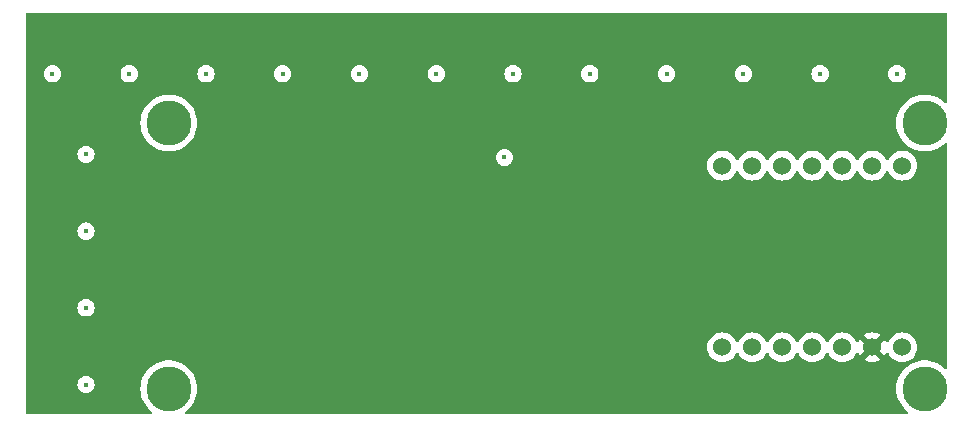
<source format=gbr>
%TF.GenerationSoftware,KiCad,Pcbnew,8.0.1*%
%TF.CreationDate,2025-02-04T00:39:20-05:00*%
%TF.ProjectId,glove-v3-right,676c6f76-652d-4763-932d-72696768742e,rev?*%
%TF.SameCoordinates,Original*%
%TF.FileFunction,Copper,L3,Inr*%
%TF.FilePolarity,Positive*%
%FSLAX46Y46*%
G04 Gerber Fmt 4.6, Leading zero omitted, Abs format (unit mm)*
G04 Created by KiCad (PCBNEW 8.0.1) date 2025-02-04 00:39:20*
%MOMM*%
%LPD*%
G01*
G04 APERTURE LIST*
%TA.AperFunction,ComponentPad*%
%ADD10C,3.800000*%
%TD*%
%TA.AperFunction,ComponentPad*%
%ADD11C,1.524000*%
%TD*%
%TA.AperFunction,ViaPad*%
%ADD12C,0.450000*%
%TD*%
G04 APERTURE END LIST*
D10*
%TO.N,N/C*%
%TO.C,REF\u002A\u002A*%
X114050000Y-34550000D03*
%TD*%
%TO.N,N/C*%
%TO.C,REF\u002A\u002A*%
X178050000Y-57050000D03*
%TD*%
%TO.N,N/C*%
%TO.C,REF\u002A\u002A*%
X114050000Y-57050000D03*
%TD*%
D11*
%TO.N,unconnected-(U1-PA02_A0_D0-Pad1)*%
%TO.C,U1*%
X176150000Y-38150000D03*
%TO.N,unconnected-(U1-PA4_A1_D1-Pad2)*%
X173610000Y-38150000D03*
%TO.N,/MUX_OUT*%
X171070000Y-38150000D03*
%TO.N,unconnected-(U1-PA11_A3_D3-Pad4)*%
X168530000Y-38150000D03*
%TO.N,/S2*%
X165990000Y-38150000D03*
%TO.N,/S3*%
X163450000Y-38150000D03*
%TO.N,unconnected-(U1-PB08_A6_D6_TX-Pad7)*%
X160910000Y-38150000D03*
%TO.N,unconnected-(U1-PB09_A7_D7_RX-Pad8)*%
X160910000Y-53542400D03*
%TO.N,Net-(U1-PA7_A8_D8_SCK)*%
X163450000Y-53542400D03*
%TO.N,/S1*%
X165990000Y-53542400D03*
%TO.N,/S0*%
X168530000Y-53542400D03*
%TO.N,+3V3*%
X171070000Y-53542400D03*
%TO.N,GND*%
X173610000Y-53542400D03*
%TO.N,unconnected-(U1-5V-Pad14)*%
X176150000Y-53542400D03*
%TD*%
D10*
%TO.N,N/C*%
%TO.C,REF\u002A\u002A*%
X178050000Y-34550000D03*
%TD*%
D12*
%TO.N,GND*%
X107040000Y-49200000D03*
X105200000Y-30380000D03*
X170200000Y-30380000D03*
X131200000Y-30380000D03*
X118200000Y-30380000D03*
X107052500Y-55700000D03*
X107040000Y-36200000D03*
X157200000Y-30380000D03*
X144200000Y-30380000D03*
X107040000Y-42700000D03*
X176700000Y-30380000D03*
X124700000Y-30380000D03*
X153890000Y-37460000D03*
X150700000Y-30380000D03*
X163700000Y-30380000D03*
X140300000Y-37460000D03*
X111700000Y-30380000D03*
X137700000Y-30380000D03*
X156440000Y-46940000D03*
%TO.N,+3V3*%
X130200000Y-30380000D03*
X169200000Y-30380000D03*
X123700000Y-30380000D03*
X162700000Y-30380000D03*
X110700000Y-30380000D03*
X149700000Y-30380000D03*
X136700000Y-30380000D03*
X107040000Y-43700000D03*
X142460000Y-37460000D03*
X156200000Y-30380000D03*
X104200000Y-30380000D03*
X175700000Y-30380000D03*
X107040000Y-37200000D03*
X143200000Y-30380000D03*
X107040000Y-50200000D03*
X117200000Y-30380000D03*
X107052500Y-56700000D03*
%TD*%
%TA.AperFunction,Conductor*%
%TO.N,GND*%
G36*
X179892539Y-25220185D02*
G01*
X179938294Y-25272989D01*
X179949500Y-25324500D01*
X179949500Y-32754193D01*
X179929815Y-32821232D01*
X179877011Y-32866987D01*
X179807853Y-32876931D01*
X179744297Y-32847906D01*
X179740616Y-32844585D01*
X179583163Y-32696727D01*
X179583153Y-32696719D01*
X179338806Y-32519191D01*
X179338799Y-32519186D01*
X179338795Y-32519184D01*
X179074104Y-32373668D01*
X179074101Y-32373666D01*
X179074096Y-32373664D01*
X179074095Y-32373663D01*
X178793265Y-32262475D01*
X178793262Y-32262474D01*
X178500695Y-32187357D01*
X178201036Y-32149500D01*
X178201027Y-32149500D01*
X177898973Y-32149500D01*
X177898963Y-32149500D01*
X177599304Y-32187357D01*
X177306737Y-32262474D01*
X177306734Y-32262475D01*
X177025904Y-32373663D01*
X177025903Y-32373664D01*
X176761205Y-32519184D01*
X176761193Y-32519191D01*
X176516846Y-32696719D01*
X176516836Y-32696727D01*
X176296652Y-32903494D01*
X176104111Y-33136236D01*
X175942268Y-33391261D01*
X175942265Y-33391267D01*
X175813661Y-33664563D01*
X175813659Y-33664568D01*
X175720320Y-33951835D01*
X175663719Y-34248546D01*
X175663718Y-34248553D01*
X175644754Y-34549994D01*
X175644754Y-34550005D01*
X175663718Y-34851446D01*
X175663719Y-34851453D01*
X175720320Y-35148164D01*
X175813659Y-35435431D01*
X175813661Y-35435436D01*
X175942265Y-35708732D01*
X175942268Y-35708738D01*
X176104111Y-35963763D01*
X176296652Y-36196505D01*
X176516836Y-36403272D01*
X176516846Y-36403280D01*
X176761193Y-36580808D01*
X176761198Y-36580810D01*
X176761205Y-36580816D01*
X177025896Y-36726332D01*
X177025901Y-36726334D01*
X177025903Y-36726335D01*
X177025904Y-36726336D01*
X177306734Y-36837524D01*
X177306737Y-36837525D01*
X177404259Y-36862564D01*
X177599302Y-36912642D01*
X177746039Y-36931179D01*
X177898963Y-36950499D01*
X177898969Y-36950499D01*
X177898973Y-36950500D01*
X177898975Y-36950500D01*
X178201025Y-36950500D01*
X178201027Y-36950500D01*
X178201032Y-36950499D01*
X178201036Y-36950499D01*
X178280591Y-36940448D01*
X178500698Y-36912642D01*
X178793262Y-36837525D01*
X178793265Y-36837524D01*
X179074095Y-36726336D01*
X179074096Y-36726335D01*
X179074094Y-36726335D01*
X179074104Y-36726332D01*
X179338795Y-36580816D01*
X179583162Y-36403274D01*
X179740616Y-36255413D01*
X179802960Y-36223872D01*
X179872461Y-36231043D01*
X179927052Y-36274650D01*
X179949401Y-36340849D01*
X179949500Y-36345806D01*
X179949500Y-55254193D01*
X179929815Y-55321232D01*
X179877011Y-55366987D01*
X179807853Y-55376931D01*
X179744297Y-55347906D01*
X179740616Y-55344585D01*
X179583163Y-55196727D01*
X179583153Y-55196719D01*
X179338806Y-55019191D01*
X179338799Y-55019186D01*
X179338795Y-55019184D01*
X179074104Y-54873668D01*
X179074101Y-54873666D01*
X179074096Y-54873664D01*
X179074095Y-54873663D01*
X178793265Y-54762475D01*
X178793262Y-54762474D01*
X178500695Y-54687357D01*
X178201036Y-54649500D01*
X178201027Y-54649500D01*
X177898973Y-54649500D01*
X177898963Y-54649500D01*
X177599304Y-54687357D01*
X177306737Y-54762474D01*
X177306734Y-54762475D01*
X177025904Y-54873663D01*
X177025903Y-54873664D01*
X176761205Y-55019184D01*
X176761193Y-55019191D01*
X176516846Y-55196719D01*
X176516836Y-55196727D01*
X176296652Y-55403494D01*
X176104111Y-55636236D01*
X175942268Y-55891261D01*
X175942265Y-55891267D01*
X175813661Y-56164563D01*
X175813659Y-56164568D01*
X175720320Y-56451835D01*
X175663719Y-56748546D01*
X175663718Y-56748553D01*
X175644754Y-57049994D01*
X175644754Y-57050005D01*
X175663718Y-57351446D01*
X175663719Y-57351453D01*
X175720320Y-57648164D01*
X175813659Y-57935431D01*
X175813661Y-57935436D01*
X175942265Y-58208732D01*
X175942268Y-58208738D01*
X176104111Y-58463763D01*
X176296652Y-58696505D01*
X176516836Y-58903272D01*
X176516846Y-58903280D01*
X176615810Y-58975182D01*
X176658476Y-59030512D01*
X176664455Y-59100125D01*
X176631849Y-59161920D01*
X176571011Y-59196277D01*
X176542925Y-59199500D01*
X115557075Y-59199500D01*
X115490036Y-59179815D01*
X115444281Y-59127011D01*
X115434337Y-59057853D01*
X115463362Y-58994297D01*
X115484190Y-58975182D01*
X115549488Y-58927738D01*
X115583162Y-58903274D01*
X115803349Y-58696504D01*
X115995885Y-58463768D01*
X116157733Y-58208736D01*
X116286341Y-57935430D01*
X116379681Y-57648160D01*
X116436280Y-57351457D01*
X116455246Y-57050000D01*
X116436280Y-56748543D01*
X116379681Y-56451840D01*
X116286341Y-56164570D01*
X116269693Y-56129192D01*
X116203353Y-55988212D01*
X116157733Y-55891264D01*
X115995885Y-55636232D01*
X115803349Y-55403496D01*
X115583162Y-55196726D01*
X115583159Y-55196724D01*
X115583153Y-55196719D01*
X115338806Y-55019191D01*
X115338799Y-55019186D01*
X115338795Y-55019184D01*
X115074104Y-54873668D01*
X115074101Y-54873666D01*
X115074096Y-54873664D01*
X115074095Y-54873663D01*
X114793265Y-54762475D01*
X114793262Y-54762474D01*
X114500695Y-54687357D01*
X114201036Y-54649500D01*
X114201027Y-54649500D01*
X113898973Y-54649500D01*
X113898963Y-54649500D01*
X113599304Y-54687357D01*
X113306737Y-54762474D01*
X113306734Y-54762475D01*
X113025904Y-54873663D01*
X113025903Y-54873664D01*
X112761205Y-55019184D01*
X112761193Y-55019191D01*
X112516846Y-55196719D01*
X112516836Y-55196727D01*
X112296652Y-55403494D01*
X112104111Y-55636236D01*
X111942268Y-55891261D01*
X111942265Y-55891267D01*
X111813661Y-56164563D01*
X111813659Y-56164568D01*
X111720320Y-56451835D01*
X111663719Y-56748546D01*
X111663718Y-56748553D01*
X111644754Y-57049994D01*
X111644754Y-57050005D01*
X111663718Y-57351446D01*
X111663719Y-57351453D01*
X111720320Y-57648164D01*
X111813659Y-57935431D01*
X111813661Y-57935436D01*
X111942265Y-58208732D01*
X111942268Y-58208738D01*
X112104111Y-58463763D01*
X112296652Y-58696505D01*
X112516836Y-58903272D01*
X112516846Y-58903280D01*
X112615810Y-58975182D01*
X112658476Y-59030512D01*
X112664455Y-59100125D01*
X112631849Y-59161920D01*
X112571011Y-59196277D01*
X112542925Y-59199500D01*
X102074500Y-59199500D01*
X102007461Y-59179815D01*
X101961706Y-59127011D01*
X101950500Y-59075500D01*
X101950500Y-56700003D01*
X106322409Y-56700003D01*
X106340712Y-56862455D01*
X106394710Y-57016774D01*
X106415591Y-57050005D01*
X106481692Y-57155204D01*
X106597296Y-57270808D01*
X106735725Y-57357789D01*
X106890039Y-57411786D01*
X106890042Y-57411786D01*
X106890044Y-57411787D01*
X107052496Y-57430091D01*
X107052500Y-57430091D01*
X107052504Y-57430091D01*
X107214955Y-57411787D01*
X107214956Y-57411786D01*
X107214961Y-57411786D01*
X107369275Y-57357789D01*
X107507704Y-57270808D01*
X107623308Y-57155204D01*
X107710289Y-57016775D01*
X107764286Y-56862461D01*
X107764287Y-56862455D01*
X107782591Y-56700003D01*
X107782591Y-56699996D01*
X107764287Y-56537544D01*
X107764286Y-56537542D01*
X107764286Y-56537539D01*
X107710289Y-56383225D01*
X107623308Y-56244796D01*
X107507704Y-56129192D01*
X107369274Y-56042210D01*
X107214955Y-55988212D01*
X107052504Y-55969909D01*
X107052496Y-55969909D01*
X106890044Y-55988212D01*
X106735725Y-56042210D01*
X106597295Y-56129192D01*
X106481692Y-56244795D01*
X106394710Y-56383225D01*
X106340712Y-56537544D01*
X106322409Y-56699996D01*
X106322409Y-56700003D01*
X101950500Y-56700003D01*
X101950500Y-53542402D01*
X159642677Y-53542402D01*
X159661929Y-53762462D01*
X159661930Y-53762470D01*
X159719104Y-53975845D01*
X159719105Y-53975847D01*
X159719106Y-53975850D01*
X159750139Y-54042400D01*
X159812466Y-54176062D01*
X159812468Y-54176066D01*
X159939170Y-54357015D01*
X159939175Y-54357021D01*
X160095378Y-54513224D01*
X160095384Y-54513229D01*
X160276333Y-54639931D01*
X160276335Y-54639932D01*
X160276338Y-54639934D01*
X160476550Y-54733294D01*
X160689932Y-54790470D01*
X160847123Y-54804222D01*
X160909998Y-54809723D01*
X160910000Y-54809723D01*
X160910002Y-54809723D01*
X160965017Y-54804909D01*
X161130068Y-54790470D01*
X161343450Y-54733294D01*
X161543662Y-54639934D01*
X161724620Y-54513226D01*
X161880826Y-54357020D01*
X162007534Y-54176062D01*
X162067618Y-54047211D01*
X162113790Y-53994771D01*
X162180983Y-53975619D01*
X162247865Y-53995835D01*
X162292382Y-54047211D01*
X162352464Y-54176058D01*
X162352468Y-54176066D01*
X162479170Y-54357015D01*
X162479175Y-54357021D01*
X162635378Y-54513224D01*
X162635384Y-54513229D01*
X162816333Y-54639931D01*
X162816335Y-54639932D01*
X162816338Y-54639934D01*
X163016550Y-54733294D01*
X163229932Y-54790470D01*
X163387123Y-54804222D01*
X163449998Y-54809723D01*
X163450000Y-54809723D01*
X163450002Y-54809723D01*
X163505017Y-54804909D01*
X163670068Y-54790470D01*
X163883450Y-54733294D01*
X164083662Y-54639934D01*
X164264620Y-54513226D01*
X164420826Y-54357020D01*
X164547534Y-54176062D01*
X164607618Y-54047211D01*
X164653790Y-53994771D01*
X164720983Y-53975619D01*
X164787865Y-53995835D01*
X164832382Y-54047211D01*
X164892464Y-54176058D01*
X164892468Y-54176066D01*
X165019170Y-54357015D01*
X165019175Y-54357021D01*
X165175378Y-54513224D01*
X165175384Y-54513229D01*
X165356333Y-54639931D01*
X165356335Y-54639932D01*
X165356338Y-54639934D01*
X165556550Y-54733294D01*
X165769932Y-54790470D01*
X165927123Y-54804222D01*
X165989998Y-54809723D01*
X165990000Y-54809723D01*
X165990002Y-54809723D01*
X166045017Y-54804909D01*
X166210068Y-54790470D01*
X166423450Y-54733294D01*
X166623662Y-54639934D01*
X166804620Y-54513226D01*
X166960826Y-54357020D01*
X167087534Y-54176062D01*
X167147618Y-54047211D01*
X167193790Y-53994771D01*
X167260983Y-53975619D01*
X167327865Y-53995835D01*
X167372382Y-54047211D01*
X167432464Y-54176058D01*
X167432468Y-54176066D01*
X167559170Y-54357015D01*
X167559175Y-54357021D01*
X167715378Y-54513224D01*
X167715384Y-54513229D01*
X167896333Y-54639931D01*
X167896335Y-54639932D01*
X167896338Y-54639934D01*
X168096550Y-54733294D01*
X168309932Y-54790470D01*
X168467123Y-54804222D01*
X168529998Y-54809723D01*
X168530000Y-54809723D01*
X168530002Y-54809723D01*
X168585017Y-54804909D01*
X168750068Y-54790470D01*
X168963450Y-54733294D01*
X169163662Y-54639934D01*
X169344620Y-54513226D01*
X169500826Y-54357020D01*
X169627534Y-54176062D01*
X169687618Y-54047211D01*
X169733790Y-53994771D01*
X169800983Y-53975619D01*
X169867865Y-53995835D01*
X169912382Y-54047211D01*
X169972464Y-54176058D01*
X169972468Y-54176066D01*
X170099170Y-54357015D01*
X170099175Y-54357021D01*
X170255378Y-54513224D01*
X170255384Y-54513229D01*
X170436333Y-54639931D01*
X170436335Y-54639932D01*
X170436338Y-54639934D01*
X170636550Y-54733294D01*
X170849932Y-54790470D01*
X171007123Y-54804222D01*
X171069998Y-54809723D01*
X171070000Y-54809723D01*
X171070002Y-54809723D01*
X171125017Y-54804909D01*
X171290068Y-54790470D01*
X171503450Y-54733294D01*
X171703662Y-54639934D01*
X171884620Y-54513226D01*
X172040826Y-54357020D01*
X172167534Y-54176062D01*
X172227894Y-54046618D01*
X172274066Y-53994179D01*
X172341259Y-53975027D01*
X172408141Y-53995243D01*
X172452658Y-54046619D01*
X172512898Y-54175805D01*
X172512901Y-54175811D01*
X172558258Y-54240587D01*
X172558259Y-54240588D01*
X173127037Y-53671809D01*
X173144075Y-53735393D01*
X173209901Y-53849407D01*
X173302993Y-53942499D01*
X173417007Y-54008325D01*
X173480590Y-54025362D01*
X172911810Y-54594140D01*
X172976590Y-54639499D01*
X172976592Y-54639500D01*
X173176715Y-54732819D01*
X173176729Y-54732824D01*
X173390013Y-54789973D01*
X173390023Y-54789975D01*
X173609999Y-54809221D01*
X173610001Y-54809221D01*
X173829976Y-54789975D01*
X173829986Y-54789973D01*
X174043270Y-54732824D01*
X174043284Y-54732819D01*
X174243407Y-54639500D01*
X174243417Y-54639494D01*
X174308188Y-54594141D01*
X173739410Y-54025362D01*
X173802993Y-54008325D01*
X173917007Y-53942499D01*
X174010099Y-53849407D01*
X174075925Y-53735393D01*
X174092962Y-53671809D01*
X174661741Y-54240588D01*
X174707094Y-54175817D01*
X174707095Y-54175816D01*
X174767340Y-54046619D01*
X174813512Y-53994180D01*
X174880706Y-53975027D01*
X174947587Y-53995242D01*
X174992105Y-54046618D01*
X175052466Y-54176062D01*
X175052468Y-54176066D01*
X175179170Y-54357015D01*
X175179175Y-54357021D01*
X175335378Y-54513224D01*
X175335384Y-54513229D01*
X175516333Y-54639931D01*
X175516335Y-54639932D01*
X175516338Y-54639934D01*
X175716550Y-54733294D01*
X175929932Y-54790470D01*
X176087123Y-54804222D01*
X176149998Y-54809723D01*
X176150000Y-54809723D01*
X176150002Y-54809723D01*
X176205017Y-54804909D01*
X176370068Y-54790470D01*
X176583450Y-54733294D01*
X176783662Y-54639934D01*
X176964620Y-54513226D01*
X177120826Y-54357020D01*
X177247534Y-54176062D01*
X177340894Y-53975850D01*
X177398070Y-53762468D01*
X177417323Y-53542400D01*
X177398070Y-53322332D01*
X177340894Y-53108950D01*
X177247534Y-52908739D01*
X177120826Y-52727780D01*
X176964620Y-52571574D01*
X176964616Y-52571571D01*
X176964615Y-52571570D01*
X176783666Y-52444868D01*
X176783662Y-52444866D01*
X176783660Y-52444865D01*
X176583450Y-52351506D01*
X176583447Y-52351505D01*
X176583445Y-52351504D01*
X176370070Y-52294330D01*
X176370062Y-52294329D01*
X176150002Y-52275077D01*
X176149998Y-52275077D01*
X175929937Y-52294329D01*
X175929929Y-52294330D01*
X175716554Y-52351504D01*
X175716548Y-52351507D01*
X175516340Y-52444865D01*
X175516338Y-52444866D01*
X175335377Y-52571575D01*
X175179175Y-52727777D01*
X175052467Y-52908737D01*
X174992105Y-53038182D01*
X174945932Y-53090621D01*
X174878738Y-53109772D01*
X174811857Y-53089556D01*
X174767341Y-53038180D01*
X174707098Y-52908989D01*
X174707097Y-52908987D01*
X174661741Y-52844211D01*
X174661740Y-52844210D01*
X174092962Y-53412989D01*
X174075925Y-53349407D01*
X174010099Y-53235393D01*
X173917007Y-53142301D01*
X173802993Y-53076475D01*
X173739410Y-53059437D01*
X174308188Y-52490659D01*
X174308187Y-52490658D01*
X174243411Y-52445301D01*
X174243405Y-52445298D01*
X174043284Y-52351980D01*
X174043270Y-52351975D01*
X173829986Y-52294826D01*
X173829976Y-52294824D01*
X173610001Y-52275579D01*
X173609999Y-52275579D01*
X173390023Y-52294824D01*
X173390013Y-52294826D01*
X173176729Y-52351975D01*
X173176720Y-52351979D01*
X172976590Y-52445301D01*
X172911811Y-52490658D01*
X173480590Y-53059437D01*
X173417007Y-53076475D01*
X173302993Y-53142301D01*
X173209901Y-53235393D01*
X173144075Y-53349407D01*
X173127037Y-53412990D01*
X172558258Y-52844211D01*
X172512901Y-52908990D01*
X172452658Y-53038181D01*
X172406485Y-53090620D01*
X172339292Y-53109772D01*
X172272411Y-53089556D01*
X172227894Y-53038181D01*
X172167651Y-52908990D01*
X172167534Y-52908739D01*
X172040826Y-52727780D01*
X171884620Y-52571574D01*
X171884616Y-52571571D01*
X171884615Y-52571570D01*
X171703666Y-52444868D01*
X171703662Y-52444866D01*
X171703660Y-52444865D01*
X171503450Y-52351506D01*
X171503447Y-52351505D01*
X171503445Y-52351504D01*
X171290070Y-52294330D01*
X171290062Y-52294329D01*
X171070002Y-52275077D01*
X171069998Y-52275077D01*
X170849937Y-52294329D01*
X170849929Y-52294330D01*
X170636554Y-52351504D01*
X170636548Y-52351507D01*
X170436340Y-52444865D01*
X170436338Y-52444866D01*
X170255377Y-52571575D01*
X170099175Y-52727777D01*
X169972466Y-52908738D01*
X169972465Y-52908740D01*
X169912382Y-53037589D01*
X169866209Y-53090028D01*
X169799016Y-53109180D01*
X169732135Y-53088964D01*
X169687618Y-53037589D01*
X169627651Y-52908990D01*
X169627534Y-52908739D01*
X169500826Y-52727780D01*
X169344620Y-52571574D01*
X169344616Y-52571571D01*
X169344615Y-52571570D01*
X169163666Y-52444868D01*
X169163662Y-52444866D01*
X169163660Y-52444865D01*
X168963450Y-52351506D01*
X168963447Y-52351505D01*
X168963445Y-52351504D01*
X168750070Y-52294330D01*
X168750062Y-52294329D01*
X168530002Y-52275077D01*
X168529998Y-52275077D01*
X168309937Y-52294329D01*
X168309929Y-52294330D01*
X168096554Y-52351504D01*
X168096548Y-52351507D01*
X167896340Y-52444865D01*
X167896338Y-52444866D01*
X167715377Y-52571575D01*
X167559175Y-52727777D01*
X167432466Y-52908738D01*
X167432465Y-52908740D01*
X167372382Y-53037589D01*
X167326209Y-53090028D01*
X167259016Y-53109180D01*
X167192135Y-53088964D01*
X167147618Y-53037589D01*
X167087651Y-52908990D01*
X167087534Y-52908739D01*
X166960826Y-52727780D01*
X166804620Y-52571574D01*
X166804616Y-52571571D01*
X166804615Y-52571570D01*
X166623666Y-52444868D01*
X166623662Y-52444866D01*
X166623660Y-52444865D01*
X166423450Y-52351506D01*
X166423447Y-52351505D01*
X166423445Y-52351504D01*
X166210070Y-52294330D01*
X166210062Y-52294329D01*
X165990002Y-52275077D01*
X165989998Y-52275077D01*
X165769937Y-52294329D01*
X165769929Y-52294330D01*
X165556554Y-52351504D01*
X165556548Y-52351507D01*
X165356340Y-52444865D01*
X165356338Y-52444866D01*
X165175377Y-52571575D01*
X165019175Y-52727777D01*
X164892466Y-52908738D01*
X164892465Y-52908740D01*
X164832382Y-53037589D01*
X164786209Y-53090028D01*
X164719016Y-53109180D01*
X164652135Y-53088964D01*
X164607618Y-53037589D01*
X164547651Y-52908990D01*
X164547534Y-52908739D01*
X164420826Y-52727780D01*
X164264620Y-52571574D01*
X164264616Y-52571571D01*
X164264615Y-52571570D01*
X164083666Y-52444868D01*
X164083662Y-52444866D01*
X164083660Y-52444865D01*
X163883450Y-52351506D01*
X163883447Y-52351505D01*
X163883445Y-52351504D01*
X163670070Y-52294330D01*
X163670062Y-52294329D01*
X163450002Y-52275077D01*
X163449998Y-52275077D01*
X163229937Y-52294329D01*
X163229929Y-52294330D01*
X163016554Y-52351504D01*
X163016548Y-52351507D01*
X162816340Y-52444865D01*
X162816338Y-52444866D01*
X162635377Y-52571575D01*
X162479175Y-52727777D01*
X162352466Y-52908738D01*
X162352465Y-52908740D01*
X162292382Y-53037589D01*
X162246209Y-53090028D01*
X162179016Y-53109180D01*
X162112135Y-53088964D01*
X162067618Y-53037589D01*
X162007651Y-52908990D01*
X162007534Y-52908739D01*
X161880826Y-52727780D01*
X161724620Y-52571574D01*
X161724616Y-52571571D01*
X161724615Y-52571570D01*
X161543666Y-52444868D01*
X161543662Y-52444866D01*
X161543660Y-52444865D01*
X161343450Y-52351506D01*
X161343447Y-52351505D01*
X161343445Y-52351504D01*
X161130070Y-52294330D01*
X161130062Y-52294329D01*
X160910002Y-52275077D01*
X160909998Y-52275077D01*
X160689937Y-52294329D01*
X160689929Y-52294330D01*
X160476554Y-52351504D01*
X160476548Y-52351507D01*
X160276340Y-52444865D01*
X160276338Y-52444866D01*
X160095377Y-52571575D01*
X159939175Y-52727777D01*
X159812466Y-52908738D01*
X159812465Y-52908740D01*
X159719107Y-53108948D01*
X159719104Y-53108954D01*
X159661930Y-53322329D01*
X159661929Y-53322337D01*
X159642677Y-53542397D01*
X159642677Y-53542402D01*
X101950500Y-53542402D01*
X101950500Y-50200003D01*
X106309909Y-50200003D01*
X106328212Y-50362455D01*
X106382210Y-50516774D01*
X106382211Y-50516775D01*
X106469192Y-50655204D01*
X106584796Y-50770808D01*
X106723225Y-50857789D01*
X106877539Y-50911786D01*
X106877542Y-50911786D01*
X106877544Y-50911787D01*
X107039996Y-50930091D01*
X107040000Y-50930091D01*
X107040004Y-50930091D01*
X107202455Y-50911787D01*
X107202456Y-50911786D01*
X107202461Y-50911786D01*
X107356775Y-50857789D01*
X107495204Y-50770808D01*
X107610808Y-50655204D01*
X107697789Y-50516775D01*
X107751786Y-50362461D01*
X107770091Y-50200000D01*
X107751786Y-50037539D01*
X107697789Y-49883225D01*
X107610808Y-49744796D01*
X107495204Y-49629192D01*
X107356774Y-49542210D01*
X107202455Y-49488212D01*
X107040004Y-49469909D01*
X107039996Y-49469909D01*
X106877544Y-49488212D01*
X106723225Y-49542210D01*
X106584795Y-49629192D01*
X106469192Y-49744795D01*
X106382210Y-49883225D01*
X106328212Y-50037544D01*
X106309909Y-50199996D01*
X106309909Y-50200003D01*
X101950500Y-50200003D01*
X101950500Y-43700003D01*
X106309909Y-43700003D01*
X106328212Y-43862455D01*
X106382210Y-44016774D01*
X106382211Y-44016775D01*
X106469192Y-44155204D01*
X106584796Y-44270808D01*
X106723225Y-44357789D01*
X106877539Y-44411786D01*
X106877542Y-44411786D01*
X106877544Y-44411787D01*
X107039996Y-44430091D01*
X107040000Y-44430091D01*
X107040004Y-44430091D01*
X107202455Y-44411787D01*
X107202456Y-44411786D01*
X107202461Y-44411786D01*
X107356775Y-44357789D01*
X107495204Y-44270808D01*
X107610808Y-44155204D01*
X107697789Y-44016775D01*
X107751786Y-43862461D01*
X107770091Y-43700000D01*
X107751786Y-43537539D01*
X107697789Y-43383225D01*
X107610808Y-43244796D01*
X107495204Y-43129192D01*
X107356774Y-43042210D01*
X107202455Y-42988212D01*
X107040004Y-42969909D01*
X107039996Y-42969909D01*
X106877544Y-42988212D01*
X106723225Y-43042210D01*
X106584795Y-43129192D01*
X106469192Y-43244795D01*
X106382210Y-43383225D01*
X106328212Y-43537544D01*
X106309909Y-43699996D01*
X106309909Y-43700003D01*
X101950500Y-43700003D01*
X101950500Y-37200003D01*
X106309909Y-37200003D01*
X106328212Y-37362455D01*
X106382210Y-37516774D01*
X106382211Y-37516775D01*
X106469192Y-37655204D01*
X106584796Y-37770808D01*
X106723225Y-37857789D01*
X106877539Y-37911786D01*
X106877542Y-37911786D01*
X106877544Y-37911787D01*
X107039996Y-37930091D01*
X107040000Y-37930091D01*
X107040004Y-37930091D01*
X107202455Y-37911787D01*
X107202456Y-37911786D01*
X107202461Y-37911786D01*
X107356775Y-37857789D01*
X107495204Y-37770808D01*
X107610808Y-37655204D01*
X107697789Y-37516775D01*
X107717654Y-37460003D01*
X141729909Y-37460003D01*
X141748212Y-37622455D01*
X141802210Y-37776774D01*
X141887044Y-37911786D01*
X141889192Y-37915204D01*
X142004796Y-38030808D01*
X142143225Y-38117789D01*
X142297539Y-38171786D01*
X142297542Y-38171786D01*
X142297544Y-38171787D01*
X142459996Y-38190091D01*
X142460000Y-38190091D01*
X142460004Y-38190091D01*
X142622455Y-38171787D01*
X142622456Y-38171786D01*
X142622461Y-38171786D01*
X142684716Y-38150002D01*
X159642677Y-38150002D01*
X159661929Y-38370062D01*
X159661930Y-38370070D01*
X159719104Y-38583445D01*
X159719105Y-38583447D01*
X159719106Y-38583450D01*
X159752382Y-38654811D01*
X159812466Y-38783662D01*
X159812468Y-38783666D01*
X159939170Y-38964615D01*
X159939175Y-38964621D01*
X160095378Y-39120824D01*
X160095384Y-39120829D01*
X160276333Y-39247531D01*
X160276335Y-39247532D01*
X160276338Y-39247534D01*
X160476550Y-39340894D01*
X160689932Y-39398070D01*
X160847123Y-39411822D01*
X160909998Y-39417323D01*
X160910000Y-39417323D01*
X160910002Y-39417323D01*
X160965017Y-39412509D01*
X161130068Y-39398070D01*
X161343450Y-39340894D01*
X161543662Y-39247534D01*
X161724620Y-39120826D01*
X161880826Y-38964620D01*
X162007534Y-38783662D01*
X162067618Y-38654811D01*
X162113790Y-38602371D01*
X162180983Y-38583219D01*
X162247865Y-38603435D01*
X162292382Y-38654811D01*
X162352464Y-38783658D01*
X162352468Y-38783666D01*
X162479170Y-38964615D01*
X162479175Y-38964621D01*
X162635378Y-39120824D01*
X162635384Y-39120829D01*
X162816333Y-39247531D01*
X162816335Y-39247532D01*
X162816338Y-39247534D01*
X163016550Y-39340894D01*
X163229932Y-39398070D01*
X163387123Y-39411822D01*
X163449998Y-39417323D01*
X163450000Y-39417323D01*
X163450002Y-39417323D01*
X163505017Y-39412509D01*
X163670068Y-39398070D01*
X163883450Y-39340894D01*
X164083662Y-39247534D01*
X164264620Y-39120826D01*
X164420826Y-38964620D01*
X164547534Y-38783662D01*
X164607618Y-38654811D01*
X164653790Y-38602371D01*
X164720983Y-38583219D01*
X164787865Y-38603435D01*
X164832382Y-38654811D01*
X164892464Y-38783658D01*
X164892468Y-38783666D01*
X165019170Y-38964615D01*
X165019175Y-38964621D01*
X165175378Y-39120824D01*
X165175384Y-39120829D01*
X165356333Y-39247531D01*
X165356335Y-39247532D01*
X165356338Y-39247534D01*
X165556550Y-39340894D01*
X165769932Y-39398070D01*
X165927123Y-39411822D01*
X165989998Y-39417323D01*
X165990000Y-39417323D01*
X165990002Y-39417323D01*
X166045017Y-39412509D01*
X166210068Y-39398070D01*
X166423450Y-39340894D01*
X166623662Y-39247534D01*
X166804620Y-39120826D01*
X166960826Y-38964620D01*
X167087534Y-38783662D01*
X167147618Y-38654811D01*
X167193790Y-38602371D01*
X167260983Y-38583219D01*
X167327865Y-38603435D01*
X167372382Y-38654811D01*
X167432464Y-38783658D01*
X167432468Y-38783666D01*
X167559170Y-38964615D01*
X167559175Y-38964621D01*
X167715378Y-39120824D01*
X167715384Y-39120829D01*
X167896333Y-39247531D01*
X167896335Y-39247532D01*
X167896338Y-39247534D01*
X168096550Y-39340894D01*
X168309932Y-39398070D01*
X168467123Y-39411822D01*
X168529998Y-39417323D01*
X168530000Y-39417323D01*
X168530002Y-39417323D01*
X168585017Y-39412509D01*
X168750068Y-39398070D01*
X168963450Y-39340894D01*
X169163662Y-39247534D01*
X169344620Y-39120826D01*
X169500826Y-38964620D01*
X169627534Y-38783662D01*
X169687618Y-38654811D01*
X169733790Y-38602371D01*
X169800983Y-38583219D01*
X169867865Y-38603435D01*
X169912382Y-38654811D01*
X169972464Y-38783658D01*
X169972468Y-38783666D01*
X170099170Y-38964615D01*
X170099175Y-38964621D01*
X170255378Y-39120824D01*
X170255384Y-39120829D01*
X170436333Y-39247531D01*
X170436335Y-39247532D01*
X170436338Y-39247534D01*
X170636550Y-39340894D01*
X170849932Y-39398070D01*
X171007123Y-39411822D01*
X171069998Y-39417323D01*
X171070000Y-39417323D01*
X171070002Y-39417323D01*
X171125017Y-39412509D01*
X171290068Y-39398070D01*
X171503450Y-39340894D01*
X171703662Y-39247534D01*
X171884620Y-39120826D01*
X172040826Y-38964620D01*
X172167534Y-38783662D01*
X172227618Y-38654811D01*
X172273790Y-38602371D01*
X172340983Y-38583219D01*
X172407865Y-38603435D01*
X172452382Y-38654811D01*
X172512464Y-38783658D01*
X172512468Y-38783666D01*
X172639170Y-38964615D01*
X172639175Y-38964621D01*
X172795378Y-39120824D01*
X172795384Y-39120829D01*
X172976333Y-39247531D01*
X172976335Y-39247532D01*
X172976338Y-39247534D01*
X173176550Y-39340894D01*
X173389932Y-39398070D01*
X173547123Y-39411822D01*
X173609998Y-39417323D01*
X173610000Y-39417323D01*
X173610002Y-39417323D01*
X173665017Y-39412509D01*
X173830068Y-39398070D01*
X174043450Y-39340894D01*
X174243662Y-39247534D01*
X174424620Y-39120826D01*
X174580826Y-38964620D01*
X174707534Y-38783662D01*
X174767618Y-38654811D01*
X174813790Y-38602371D01*
X174880983Y-38583219D01*
X174947865Y-38603435D01*
X174992382Y-38654811D01*
X175052464Y-38783658D01*
X175052468Y-38783666D01*
X175179170Y-38964615D01*
X175179175Y-38964621D01*
X175335378Y-39120824D01*
X175335384Y-39120829D01*
X175516333Y-39247531D01*
X175516335Y-39247532D01*
X175516338Y-39247534D01*
X175716550Y-39340894D01*
X175929932Y-39398070D01*
X176087123Y-39411822D01*
X176149998Y-39417323D01*
X176150000Y-39417323D01*
X176150002Y-39417323D01*
X176205017Y-39412509D01*
X176370068Y-39398070D01*
X176583450Y-39340894D01*
X176783662Y-39247534D01*
X176964620Y-39120826D01*
X177120826Y-38964620D01*
X177247534Y-38783662D01*
X177340894Y-38583450D01*
X177398070Y-38370068D01*
X177417323Y-38150000D01*
X177398070Y-37929932D01*
X177340894Y-37716550D01*
X177247534Y-37516339D01*
X177120826Y-37335380D01*
X176964620Y-37179174D01*
X176964616Y-37179171D01*
X176964615Y-37179170D01*
X176783666Y-37052468D01*
X176783662Y-37052466D01*
X176783660Y-37052465D01*
X176583450Y-36959106D01*
X176583447Y-36959105D01*
X176583445Y-36959104D01*
X176370070Y-36901930D01*
X176370062Y-36901929D01*
X176150002Y-36882677D01*
X176149998Y-36882677D01*
X175929937Y-36901929D01*
X175929929Y-36901930D01*
X175716554Y-36959104D01*
X175716548Y-36959107D01*
X175516340Y-37052465D01*
X175516338Y-37052466D01*
X175335377Y-37179175D01*
X175179175Y-37335377D01*
X175052466Y-37516338D01*
X175052465Y-37516340D01*
X174992382Y-37645189D01*
X174946209Y-37697628D01*
X174879016Y-37716780D01*
X174812135Y-37696564D01*
X174767618Y-37645189D01*
X174707737Y-37516775D01*
X174707534Y-37516339D01*
X174580826Y-37335380D01*
X174424620Y-37179174D01*
X174424616Y-37179171D01*
X174424615Y-37179170D01*
X174243666Y-37052468D01*
X174243662Y-37052466D01*
X174243660Y-37052465D01*
X174043450Y-36959106D01*
X174043447Y-36959105D01*
X174043445Y-36959104D01*
X173830070Y-36901930D01*
X173830062Y-36901929D01*
X173610002Y-36882677D01*
X173609998Y-36882677D01*
X173389937Y-36901929D01*
X173389929Y-36901930D01*
X173176554Y-36959104D01*
X173176548Y-36959107D01*
X172976340Y-37052465D01*
X172976338Y-37052466D01*
X172795377Y-37179175D01*
X172639175Y-37335377D01*
X172512466Y-37516338D01*
X172512465Y-37516340D01*
X172452382Y-37645189D01*
X172406209Y-37697628D01*
X172339016Y-37716780D01*
X172272135Y-37696564D01*
X172227618Y-37645189D01*
X172167737Y-37516775D01*
X172167534Y-37516339D01*
X172040826Y-37335380D01*
X171884620Y-37179174D01*
X171884616Y-37179171D01*
X171884615Y-37179170D01*
X171703666Y-37052468D01*
X171703662Y-37052466D01*
X171703660Y-37052465D01*
X171503450Y-36959106D01*
X171503447Y-36959105D01*
X171503445Y-36959104D01*
X171290070Y-36901930D01*
X171290062Y-36901929D01*
X171070002Y-36882677D01*
X171069998Y-36882677D01*
X170849937Y-36901929D01*
X170849929Y-36901930D01*
X170636554Y-36959104D01*
X170636548Y-36959107D01*
X170436340Y-37052465D01*
X170436338Y-37052466D01*
X170255377Y-37179175D01*
X170099175Y-37335377D01*
X169972466Y-37516338D01*
X169972465Y-37516340D01*
X169912382Y-37645189D01*
X169866209Y-37697628D01*
X169799016Y-37716780D01*
X169732135Y-37696564D01*
X169687618Y-37645189D01*
X169627737Y-37516775D01*
X169627534Y-37516339D01*
X169500826Y-37335380D01*
X169344620Y-37179174D01*
X169344616Y-37179171D01*
X169344615Y-37179170D01*
X169163666Y-37052468D01*
X169163662Y-37052466D01*
X169163660Y-37052465D01*
X168963450Y-36959106D01*
X168963447Y-36959105D01*
X168963445Y-36959104D01*
X168750070Y-36901930D01*
X168750062Y-36901929D01*
X168530002Y-36882677D01*
X168529998Y-36882677D01*
X168309937Y-36901929D01*
X168309929Y-36901930D01*
X168096554Y-36959104D01*
X168096548Y-36959107D01*
X167896340Y-37052465D01*
X167896338Y-37052466D01*
X167715377Y-37179175D01*
X167559175Y-37335377D01*
X167432466Y-37516338D01*
X167432465Y-37516340D01*
X167372382Y-37645189D01*
X167326209Y-37697628D01*
X167259016Y-37716780D01*
X167192135Y-37696564D01*
X167147618Y-37645189D01*
X167087737Y-37516775D01*
X167087534Y-37516339D01*
X166960826Y-37335380D01*
X166804620Y-37179174D01*
X166804616Y-37179171D01*
X166804615Y-37179170D01*
X166623666Y-37052468D01*
X166623662Y-37052466D01*
X166623660Y-37052465D01*
X166423450Y-36959106D01*
X166423447Y-36959105D01*
X166423445Y-36959104D01*
X166210070Y-36901930D01*
X166210062Y-36901929D01*
X165990002Y-36882677D01*
X165989998Y-36882677D01*
X165769937Y-36901929D01*
X165769929Y-36901930D01*
X165556554Y-36959104D01*
X165556548Y-36959107D01*
X165356340Y-37052465D01*
X165356338Y-37052466D01*
X165175377Y-37179175D01*
X165019175Y-37335377D01*
X164892466Y-37516338D01*
X164892465Y-37516340D01*
X164832382Y-37645189D01*
X164786209Y-37697628D01*
X164719016Y-37716780D01*
X164652135Y-37696564D01*
X164607618Y-37645189D01*
X164547737Y-37516775D01*
X164547534Y-37516339D01*
X164420826Y-37335380D01*
X164264620Y-37179174D01*
X164264616Y-37179171D01*
X164264615Y-37179170D01*
X164083666Y-37052468D01*
X164083662Y-37052466D01*
X164083660Y-37052465D01*
X163883450Y-36959106D01*
X163883447Y-36959105D01*
X163883445Y-36959104D01*
X163670070Y-36901930D01*
X163670062Y-36901929D01*
X163450002Y-36882677D01*
X163449998Y-36882677D01*
X163229937Y-36901929D01*
X163229929Y-36901930D01*
X163016554Y-36959104D01*
X163016548Y-36959107D01*
X162816340Y-37052465D01*
X162816338Y-37052466D01*
X162635377Y-37179175D01*
X162479175Y-37335377D01*
X162352466Y-37516338D01*
X162352465Y-37516340D01*
X162292382Y-37645189D01*
X162246209Y-37697628D01*
X162179016Y-37716780D01*
X162112135Y-37696564D01*
X162067618Y-37645189D01*
X162007737Y-37516775D01*
X162007534Y-37516339D01*
X161880826Y-37335380D01*
X161724620Y-37179174D01*
X161724616Y-37179171D01*
X161724615Y-37179170D01*
X161543666Y-37052468D01*
X161543662Y-37052466D01*
X161543660Y-37052465D01*
X161343450Y-36959106D01*
X161343447Y-36959105D01*
X161343445Y-36959104D01*
X161130070Y-36901930D01*
X161130062Y-36901929D01*
X160910002Y-36882677D01*
X160909998Y-36882677D01*
X160689937Y-36901929D01*
X160689929Y-36901930D01*
X160476554Y-36959104D01*
X160476548Y-36959107D01*
X160276340Y-37052465D01*
X160276338Y-37052466D01*
X160095377Y-37179175D01*
X159939175Y-37335377D01*
X159812466Y-37516338D01*
X159812465Y-37516340D01*
X159719107Y-37716548D01*
X159719104Y-37716554D01*
X159661930Y-37929929D01*
X159661929Y-37929937D01*
X159642677Y-38149997D01*
X159642677Y-38150002D01*
X142684716Y-38150002D01*
X142776775Y-38117789D01*
X142915204Y-38030808D01*
X143030808Y-37915204D01*
X143117789Y-37776775D01*
X143171786Y-37622461D01*
X143183743Y-37516339D01*
X143190091Y-37460003D01*
X143190091Y-37459996D01*
X143171787Y-37297544D01*
X143171786Y-37297542D01*
X143171786Y-37297539D01*
X143117789Y-37143225D01*
X143030808Y-37004796D01*
X142915204Y-36889192D01*
X142905708Y-36883225D01*
X142776774Y-36802210D01*
X142622455Y-36748212D01*
X142460004Y-36729909D01*
X142459996Y-36729909D01*
X142297544Y-36748212D01*
X142143225Y-36802210D01*
X142004795Y-36889192D01*
X141889192Y-37004795D01*
X141802210Y-37143225D01*
X141748212Y-37297544D01*
X141729909Y-37459996D01*
X141729909Y-37460003D01*
X107717654Y-37460003D01*
X107751786Y-37362461D01*
X107751787Y-37362455D01*
X107770091Y-37200003D01*
X107770091Y-37199996D01*
X107751787Y-37037544D01*
X107751786Y-37037542D01*
X107751786Y-37037539D01*
X107697789Y-36883225D01*
X107610808Y-36744796D01*
X107495204Y-36629192D01*
X107356774Y-36542210D01*
X107202455Y-36488212D01*
X107040004Y-36469909D01*
X107039996Y-36469909D01*
X106877544Y-36488212D01*
X106723225Y-36542210D01*
X106584795Y-36629192D01*
X106469192Y-36744795D01*
X106382210Y-36883225D01*
X106328212Y-37037544D01*
X106309909Y-37199996D01*
X106309909Y-37200003D01*
X101950500Y-37200003D01*
X101950500Y-34550005D01*
X111644754Y-34550005D01*
X111663718Y-34851446D01*
X111663719Y-34851453D01*
X111720320Y-35148164D01*
X111813659Y-35435431D01*
X111813661Y-35435436D01*
X111942265Y-35708732D01*
X111942268Y-35708738D01*
X112104111Y-35963763D01*
X112296652Y-36196505D01*
X112516836Y-36403272D01*
X112516846Y-36403280D01*
X112761193Y-36580808D01*
X112761198Y-36580810D01*
X112761205Y-36580816D01*
X113025896Y-36726332D01*
X113025901Y-36726334D01*
X113025903Y-36726335D01*
X113025904Y-36726336D01*
X113306734Y-36837524D01*
X113306737Y-36837525D01*
X113404259Y-36862564D01*
X113599302Y-36912642D01*
X113746039Y-36931179D01*
X113898963Y-36950499D01*
X113898969Y-36950499D01*
X113898973Y-36950500D01*
X113898975Y-36950500D01*
X114201025Y-36950500D01*
X114201027Y-36950500D01*
X114201032Y-36950499D01*
X114201036Y-36950499D01*
X114280591Y-36940448D01*
X114500698Y-36912642D01*
X114793262Y-36837525D01*
X114793265Y-36837524D01*
X115074095Y-36726336D01*
X115074096Y-36726335D01*
X115074094Y-36726335D01*
X115074104Y-36726332D01*
X115338795Y-36580816D01*
X115583162Y-36403274D01*
X115803349Y-36196504D01*
X115995885Y-35963768D01*
X116157733Y-35708736D01*
X116286341Y-35435430D01*
X116379681Y-35148160D01*
X116436280Y-34851457D01*
X116455246Y-34550000D01*
X116436280Y-34248543D01*
X116379681Y-33951840D01*
X116286341Y-33664570D01*
X116157733Y-33391264D01*
X115995885Y-33136232D01*
X115803349Y-32903496D01*
X115583162Y-32696726D01*
X115583159Y-32696724D01*
X115583153Y-32696719D01*
X115338806Y-32519191D01*
X115338799Y-32519186D01*
X115338795Y-32519184D01*
X115074104Y-32373668D01*
X115074101Y-32373666D01*
X115074096Y-32373664D01*
X115074095Y-32373663D01*
X114793265Y-32262475D01*
X114793262Y-32262474D01*
X114500695Y-32187357D01*
X114201036Y-32149500D01*
X114201027Y-32149500D01*
X113898973Y-32149500D01*
X113898963Y-32149500D01*
X113599304Y-32187357D01*
X113306737Y-32262474D01*
X113306734Y-32262475D01*
X113025904Y-32373663D01*
X113025903Y-32373664D01*
X112761205Y-32519184D01*
X112761193Y-32519191D01*
X112516846Y-32696719D01*
X112516836Y-32696727D01*
X112296652Y-32903494D01*
X112104111Y-33136236D01*
X111942268Y-33391261D01*
X111942265Y-33391267D01*
X111813661Y-33664563D01*
X111813659Y-33664568D01*
X111720320Y-33951835D01*
X111663719Y-34248546D01*
X111663718Y-34248553D01*
X111644754Y-34549994D01*
X111644754Y-34550005D01*
X101950500Y-34550005D01*
X101950500Y-30380003D01*
X103469909Y-30380003D01*
X103488212Y-30542455D01*
X103542210Y-30696774D01*
X103542211Y-30696775D01*
X103629192Y-30835204D01*
X103744796Y-30950808D01*
X103883225Y-31037789D01*
X104037539Y-31091786D01*
X104037542Y-31091786D01*
X104037544Y-31091787D01*
X104199996Y-31110091D01*
X104200000Y-31110091D01*
X104200004Y-31110091D01*
X104362455Y-31091787D01*
X104362456Y-31091786D01*
X104362461Y-31091786D01*
X104516775Y-31037789D01*
X104655204Y-30950808D01*
X104770808Y-30835204D01*
X104857789Y-30696775D01*
X104911786Y-30542461D01*
X104930091Y-30380003D01*
X109969909Y-30380003D01*
X109988212Y-30542455D01*
X110042210Y-30696774D01*
X110042211Y-30696775D01*
X110129192Y-30835204D01*
X110244796Y-30950808D01*
X110383225Y-31037789D01*
X110537539Y-31091786D01*
X110537542Y-31091786D01*
X110537544Y-31091787D01*
X110699996Y-31110091D01*
X110700000Y-31110091D01*
X110700004Y-31110091D01*
X110862455Y-31091787D01*
X110862456Y-31091786D01*
X110862461Y-31091786D01*
X111016775Y-31037789D01*
X111155204Y-30950808D01*
X111270808Y-30835204D01*
X111357789Y-30696775D01*
X111411786Y-30542461D01*
X111430091Y-30380003D01*
X116469909Y-30380003D01*
X116488212Y-30542455D01*
X116542210Y-30696774D01*
X116542211Y-30696775D01*
X116629192Y-30835204D01*
X116744796Y-30950808D01*
X116883225Y-31037789D01*
X117037539Y-31091786D01*
X117037542Y-31091786D01*
X117037544Y-31091787D01*
X117199996Y-31110091D01*
X117200000Y-31110091D01*
X117200004Y-31110091D01*
X117362455Y-31091787D01*
X117362456Y-31091786D01*
X117362461Y-31091786D01*
X117516775Y-31037789D01*
X117655204Y-30950808D01*
X117770808Y-30835204D01*
X117857789Y-30696775D01*
X117911786Y-30542461D01*
X117930091Y-30380003D01*
X122969909Y-30380003D01*
X122988212Y-30542455D01*
X123042210Y-30696774D01*
X123042211Y-30696775D01*
X123129192Y-30835204D01*
X123244796Y-30950808D01*
X123383225Y-31037789D01*
X123537539Y-31091786D01*
X123537542Y-31091786D01*
X123537544Y-31091787D01*
X123699996Y-31110091D01*
X123700000Y-31110091D01*
X123700004Y-31110091D01*
X123862455Y-31091787D01*
X123862456Y-31091786D01*
X123862461Y-31091786D01*
X124016775Y-31037789D01*
X124155204Y-30950808D01*
X124270808Y-30835204D01*
X124357789Y-30696775D01*
X124411786Y-30542461D01*
X124430091Y-30380003D01*
X129469909Y-30380003D01*
X129488212Y-30542455D01*
X129542210Y-30696774D01*
X129542211Y-30696775D01*
X129629192Y-30835204D01*
X129744796Y-30950808D01*
X129883225Y-31037789D01*
X130037539Y-31091786D01*
X130037542Y-31091786D01*
X130037544Y-31091787D01*
X130199996Y-31110091D01*
X130200000Y-31110091D01*
X130200004Y-31110091D01*
X130362455Y-31091787D01*
X130362456Y-31091786D01*
X130362461Y-31091786D01*
X130516775Y-31037789D01*
X130655204Y-30950808D01*
X130770808Y-30835204D01*
X130857789Y-30696775D01*
X130911786Y-30542461D01*
X130930091Y-30380003D01*
X135969909Y-30380003D01*
X135988212Y-30542455D01*
X136042210Y-30696774D01*
X136042211Y-30696775D01*
X136129192Y-30835204D01*
X136244796Y-30950808D01*
X136383225Y-31037789D01*
X136537539Y-31091786D01*
X136537542Y-31091786D01*
X136537544Y-31091787D01*
X136699996Y-31110091D01*
X136700000Y-31110091D01*
X136700004Y-31110091D01*
X136862455Y-31091787D01*
X136862456Y-31091786D01*
X136862461Y-31091786D01*
X137016775Y-31037789D01*
X137155204Y-30950808D01*
X137270808Y-30835204D01*
X137357789Y-30696775D01*
X137411786Y-30542461D01*
X137430091Y-30380003D01*
X142469909Y-30380003D01*
X142488212Y-30542455D01*
X142542210Y-30696774D01*
X142542211Y-30696775D01*
X142629192Y-30835204D01*
X142744796Y-30950808D01*
X142883225Y-31037789D01*
X143037539Y-31091786D01*
X143037542Y-31091786D01*
X143037544Y-31091787D01*
X143199996Y-31110091D01*
X143200000Y-31110091D01*
X143200004Y-31110091D01*
X143362455Y-31091787D01*
X143362456Y-31091786D01*
X143362461Y-31091786D01*
X143516775Y-31037789D01*
X143655204Y-30950808D01*
X143770808Y-30835204D01*
X143857789Y-30696775D01*
X143911786Y-30542461D01*
X143930091Y-30380003D01*
X148969909Y-30380003D01*
X148988212Y-30542455D01*
X149042210Y-30696774D01*
X149042211Y-30696775D01*
X149129192Y-30835204D01*
X149244796Y-30950808D01*
X149383225Y-31037789D01*
X149537539Y-31091786D01*
X149537542Y-31091786D01*
X149537544Y-31091787D01*
X149699996Y-31110091D01*
X149700000Y-31110091D01*
X149700004Y-31110091D01*
X149862455Y-31091787D01*
X149862456Y-31091786D01*
X149862461Y-31091786D01*
X150016775Y-31037789D01*
X150155204Y-30950808D01*
X150270808Y-30835204D01*
X150357789Y-30696775D01*
X150411786Y-30542461D01*
X150430091Y-30380003D01*
X155469909Y-30380003D01*
X155488212Y-30542455D01*
X155542210Y-30696774D01*
X155542211Y-30696775D01*
X155629192Y-30835204D01*
X155744796Y-30950808D01*
X155883225Y-31037789D01*
X156037539Y-31091786D01*
X156037542Y-31091786D01*
X156037544Y-31091787D01*
X156199996Y-31110091D01*
X156200000Y-31110091D01*
X156200004Y-31110091D01*
X156362455Y-31091787D01*
X156362456Y-31091786D01*
X156362461Y-31091786D01*
X156516775Y-31037789D01*
X156655204Y-30950808D01*
X156770808Y-30835204D01*
X156857789Y-30696775D01*
X156911786Y-30542461D01*
X156930091Y-30380003D01*
X161969909Y-30380003D01*
X161988212Y-30542455D01*
X162042210Y-30696774D01*
X162042211Y-30696775D01*
X162129192Y-30835204D01*
X162244796Y-30950808D01*
X162383225Y-31037789D01*
X162537539Y-31091786D01*
X162537542Y-31091786D01*
X162537544Y-31091787D01*
X162699996Y-31110091D01*
X162700000Y-31110091D01*
X162700004Y-31110091D01*
X162862455Y-31091787D01*
X162862456Y-31091786D01*
X162862461Y-31091786D01*
X163016775Y-31037789D01*
X163155204Y-30950808D01*
X163270808Y-30835204D01*
X163357789Y-30696775D01*
X163411786Y-30542461D01*
X163430091Y-30380003D01*
X168469909Y-30380003D01*
X168488212Y-30542455D01*
X168542210Y-30696774D01*
X168542211Y-30696775D01*
X168629192Y-30835204D01*
X168744796Y-30950808D01*
X168883225Y-31037789D01*
X169037539Y-31091786D01*
X169037542Y-31091786D01*
X169037544Y-31091787D01*
X169199996Y-31110091D01*
X169200000Y-31110091D01*
X169200004Y-31110091D01*
X169362455Y-31091787D01*
X169362456Y-31091786D01*
X169362461Y-31091786D01*
X169516775Y-31037789D01*
X169655204Y-30950808D01*
X169770808Y-30835204D01*
X169857789Y-30696775D01*
X169911786Y-30542461D01*
X169930091Y-30380003D01*
X174969909Y-30380003D01*
X174988212Y-30542455D01*
X175042210Y-30696774D01*
X175042211Y-30696775D01*
X175129192Y-30835204D01*
X175244796Y-30950808D01*
X175383225Y-31037789D01*
X175537539Y-31091786D01*
X175537542Y-31091786D01*
X175537544Y-31091787D01*
X175699996Y-31110091D01*
X175700000Y-31110091D01*
X175700004Y-31110091D01*
X175862455Y-31091787D01*
X175862456Y-31091786D01*
X175862461Y-31091786D01*
X176016775Y-31037789D01*
X176155204Y-30950808D01*
X176270808Y-30835204D01*
X176357789Y-30696775D01*
X176411786Y-30542461D01*
X176430091Y-30380000D01*
X176411786Y-30217539D01*
X176357789Y-30063225D01*
X176270808Y-29924796D01*
X176155204Y-29809192D01*
X176016774Y-29722210D01*
X175862455Y-29668212D01*
X175700004Y-29649909D01*
X175699996Y-29649909D01*
X175537544Y-29668212D01*
X175383225Y-29722210D01*
X175244795Y-29809192D01*
X175129192Y-29924795D01*
X175042210Y-30063225D01*
X174988212Y-30217544D01*
X174969909Y-30379996D01*
X174969909Y-30380003D01*
X169930091Y-30380003D01*
X169930091Y-30380000D01*
X169911786Y-30217539D01*
X169857789Y-30063225D01*
X169770808Y-29924796D01*
X169655204Y-29809192D01*
X169516774Y-29722210D01*
X169362455Y-29668212D01*
X169200004Y-29649909D01*
X169199996Y-29649909D01*
X169037544Y-29668212D01*
X168883225Y-29722210D01*
X168744795Y-29809192D01*
X168629192Y-29924795D01*
X168542210Y-30063225D01*
X168488212Y-30217544D01*
X168469909Y-30379996D01*
X168469909Y-30380003D01*
X163430091Y-30380003D01*
X163430091Y-30380000D01*
X163411786Y-30217539D01*
X163357789Y-30063225D01*
X163270808Y-29924796D01*
X163155204Y-29809192D01*
X163016774Y-29722210D01*
X162862455Y-29668212D01*
X162700004Y-29649909D01*
X162699996Y-29649909D01*
X162537544Y-29668212D01*
X162383225Y-29722210D01*
X162244795Y-29809192D01*
X162129192Y-29924795D01*
X162042210Y-30063225D01*
X161988212Y-30217544D01*
X161969909Y-30379996D01*
X161969909Y-30380003D01*
X156930091Y-30380003D01*
X156930091Y-30380000D01*
X156911786Y-30217539D01*
X156857789Y-30063225D01*
X156770808Y-29924796D01*
X156655204Y-29809192D01*
X156516774Y-29722210D01*
X156362455Y-29668212D01*
X156200004Y-29649909D01*
X156199996Y-29649909D01*
X156037544Y-29668212D01*
X155883225Y-29722210D01*
X155744795Y-29809192D01*
X155629192Y-29924795D01*
X155542210Y-30063225D01*
X155488212Y-30217544D01*
X155469909Y-30379996D01*
X155469909Y-30380003D01*
X150430091Y-30380003D01*
X150430091Y-30380000D01*
X150411786Y-30217539D01*
X150357789Y-30063225D01*
X150270808Y-29924796D01*
X150155204Y-29809192D01*
X150016774Y-29722210D01*
X149862455Y-29668212D01*
X149700004Y-29649909D01*
X149699996Y-29649909D01*
X149537544Y-29668212D01*
X149383225Y-29722210D01*
X149244795Y-29809192D01*
X149129192Y-29924795D01*
X149042210Y-30063225D01*
X148988212Y-30217544D01*
X148969909Y-30379996D01*
X148969909Y-30380003D01*
X143930091Y-30380003D01*
X143930091Y-30380000D01*
X143911786Y-30217539D01*
X143857789Y-30063225D01*
X143770808Y-29924796D01*
X143655204Y-29809192D01*
X143516774Y-29722210D01*
X143362455Y-29668212D01*
X143200004Y-29649909D01*
X143199996Y-29649909D01*
X143037544Y-29668212D01*
X142883225Y-29722210D01*
X142744795Y-29809192D01*
X142629192Y-29924795D01*
X142542210Y-30063225D01*
X142488212Y-30217544D01*
X142469909Y-30379996D01*
X142469909Y-30380003D01*
X137430091Y-30380003D01*
X137430091Y-30380000D01*
X137411786Y-30217539D01*
X137357789Y-30063225D01*
X137270808Y-29924796D01*
X137155204Y-29809192D01*
X137016774Y-29722210D01*
X136862455Y-29668212D01*
X136700004Y-29649909D01*
X136699996Y-29649909D01*
X136537544Y-29668212D01*
X136383225Y-29722210D01*
X136244795Y-29809192D01*
X136129192Y-29924795D01*
X136042210Y-30063225D01*
X135988212Y-30217544D01*
X135969909Y-30379996D01*
X135969909Y-30380003D01*
X130930091Y-30380003D01*
X130930091Y-30380000D01*
X130911786Y-30217539D01*
X130857789Y-30063225D01*
X130770808Y-29924796D01*
X130655204Y-29809192D01*
X130516774Y-29722210D01*
X130362455Y-29668212D01*
X130200004Y-29649909D01*
X130199996Y-29649909D01*
X130037544Y-29668212D01*
X129883225Y-29722210D01*
X129744795Y-29809192D01*
X129629192Y-29924795D01*
X129542210Y-30063225D01*
X129488212Y-30217544D01*
X129469909Y-30379996D01*
X129469909Y-30380003D01*
X124430091Y-30380003D01*
X124430091Y-30380000D01*
X124411786Y-30217539D01*
X124357789Y-30063225D01*
X124270808Y-29924796D01*
X124155204Y-29809192D01*
X124016774Y-29722210D01*
X123862455Y-29668212D01*
X123700004Y-29649909D01*
X123699996Y-29649909D01*
X123537544Y-29668212D01*
X123383225Y-29722210D01*
X123244795Y-29809192D01*
X123129192Y-29924795D01*
X123042210Y-30063225D01*
X122988212Y-30217544D01*
X122969909Y-30379996D01*
X122969909Y-30380003D01*
X117930091Y-30380003D01*
X117930091Y-30380000D01*
X117911786Y-30217539D01*
X117857789Y-30063225D01*
X117770808Y-29924796D01*
X117655204Y-29809192D01*
X117516774Y-29722210D01*
X117362455Y-29668212D01*
X117200004Y-29649909D01*
X117199996Y-29649909D01*
X117037544Y-29668212D01*
X116883225Y-29722210D01*
X116744795Y-29809192D01*
X116629192Y-29924795D01*
X116542210Y-30063225D01*
X116488212Y-30217544D01*
X116469909Y-30379996D01*
X116469909Y-30380003D01*
X111430091Y-30380003D01*
X111430091Y-30380000D01*
X111411786Y-30217539D01*
X111357789Y-30063225D01*
X111270808Y-29924796D01*
X111155204Y-29809192D01*
X111016774Y-29722210D01*
X110862455Y-29668212D01*
X110700004Y-29649909D01*
X110699996Y-29649909D01*
X110537544Y-29668212D01*
X110383225Y-29722210D01*
X110244795Y-29809192D01*
X110129192Y-29924795D01*
X110042210Y-30063225D01*
X109988212Y-30217544D01*
X109969909Y-30379996D01*
X109969909Y-30380003D01*
X104930091Y-30380003D01*
X104930091Y-30380000D01*
X104911786Y-30217539D01*
X104857789Y-30063225D01*
X104770808Y-29924796D01*
X104655204Y-29809192D01*
X104516774Y-29722210D01*
X104362455Y-29668212D01*
X104200004Y-29649909D01*
X104199996Y-29649909D01*
X104037544Y-29668212D01*
X103883225Y-29722210D01*
X103744795Y-29809192D01*
X103629192Y-29924795D01*
X103542210Y-30063225D01*
X103488212Y-30217544D01*
X103469909Y-30379996D01*
X103469909Y-30380003D01*
X101950500Y-30380003D01*
X101950500Y-25324500D01*
X101970185Y-25257461D01*
X102022989Y-25211706D01*
X102074500Y-25200500D01*
X179825500Y-25200500D01*
X179892539Y-25220185D01*
G37*
%TD.AperFunction*%
%TD*%
M02*

</source>
